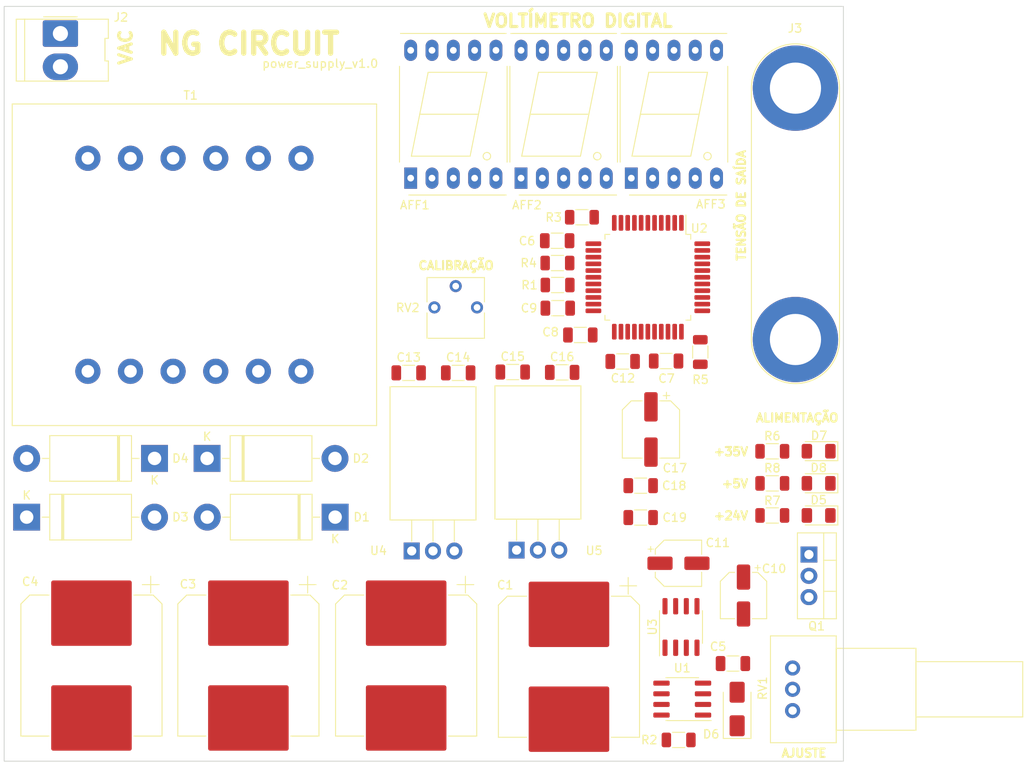
<source format=kicad_pcb>
(kicad_pcb (version 20221018) (generator pcbnew)
  (title_block (title "Power Supply") (date "2023-11-02") (rev "v1.0") (company "NG CIRCUITS") (comment 1 "Author: Nathan Borges"))
  (layers (0 "F.Cu" signal) (31 "B.Cu" signal) (34 "B.Paste" user) (35 "F.Paste" user) (36 "B.SilkS" user "B.Silkscreen") (37 "F.SilkS" user "F.Silkscreen") (38 "B.Mask" user) (39 "F.Mask" user) (44 "Edge.Cuts" user))
  (net 0 "")
  (net 1 "E3")
  (net 2 "D3")
  (net 3 "+5V")
  (net 4 "C3")
  (net 6 "B3")
  (net 7 "A3")
  (net 8 "F3")
  (net 9 "G3")
  (net 10 "E2")
  (net 11 "D2")
  (net 12 "C2")
  (net 13 "Net-(AFF2-DP)")
  (net 14 "B2")
  (net 15 "A2")
  (net 16 "F2")
  (net 17 "G2")
  (net 18 "E1")
  (net 19 "D1")
  (net 20 "C1")
  (net 22 "B1")
  (net 23 "A1")
  (net 24 "F1")
  (net 25 "G1")
  (net 26 "VDC")
  (net 27 "GNDREF")
  (net 28 "Vout")
  (net 29 "Net-(U2-OSC3)")
  (net 30 "Net-(C6-Pad2)")
  (net 31 "Net-(U2-CREF+)")
  (net 32 "Net-(U2-CREF-)")
  (net 33 "Net-(C8-Pad1)")
  (net 34 "Net-(U2-A-Z)")
  (net 35 "Net-(U2-INT)")
  (net 36 "Net-(U3-CAP+)")
  (net 37 "Net-(U3-CAP-)")
  (net 38 "-5V")
  (net 39 "Net-(U2-IN_HI)")
  (net 40 "+24V")
  (net 41 "24V")
  (net 42 "Net-(C16-Pad2)")
  (net 43 "Net-(C18-Pad2)")
  (net 44 "Net-(D1-K)")
  (net 45 "Net-(D3-K)")
  (net 46 "Net-(D5-A)")
  (net 47 "Net-(D6-K)")
  (net 48 "Net-(D7-A)")
  (net 49 "Net-(D8-A)")
  (net 50 "VAC2")
  (net 51 "VAC1")
  (net 52 "Net-(Q1-B)")
  (net 53 "Net-(U2-OSC1)")
  (net 54 "Net-(U2-BUFF)")
  (net 55 "Net-(U1-+)")
  (net 56 "Net-(U2-REF_HI)")
  (footprint "Capacitor_SMD:C_1206_3216Metric" (layer "F.Cu") (at 176.84 126.36)
    (fp_text reference "C5" (at -1.77 -2.02) (layer "F.SilkS"))
    (fp_text value "220NFx63V")
    (pad "1" smd roundrect (at -1.475 0) (size 1.15 1.8) (layers "F.Cu" "F.Paste" "F.Mask") (roundrect_rratio 0.217391) (net 28 "Vout"))
    (pad "2" smd roundrect (at 1.475 0) (size 1.15 1.8) (layers "F.Cu" "F.Paste" "F.Mask") (roundrect_rratio 0.217391) (net 27 "GNDREF"))
  )
  (footprint "Capacitor_SMD:CP_Elec_6.3x7.7" (layer "F.Cu") (at 167.07 98.45 -90)
    (fp_text reference "C17" (at 4.6 -2.85 -180) (layer "F.SilkS"))
    (fp_text value "100UF")
    (pad "1" smd roundrect (at -2.7 0 270) (size 3.5 1.6) (layers "F.Cu" "F.Paste" "F.Mask") (roundrect_rratio 0.15625) (net 42 "Net-(C16-Pad2)"))
    (pad "2" smd roundrect (at 2.7 0 270) (size 3.5 1.6) (layers "F.Cu" "F.Paste" "F.Mask") (roundrect_rratio 0.15625) (net 38 "-5V"))
  )
  (footprint "Potentiometer_THT:Potentiometer_Vishay_T73YP_Vertical" (layer "F.Cu") (at 146.345 83.895 90)
    (fp_text reference "RV2" (at -0.045 -8.255 180) (layer "F.SilkS"))
    (fp_text value "100K")
    (pad "1" thru_hole circle (at 0 0 90) (size 1.44 1.44) (drill 0.8) (layers "*.Cu" "*.Mask") (net 3 "+5V"))
    (pad "2" thru_hole circle (at 2.54 -2.54 90) (size 1.44 1.44) (drill 0.8) (layers "*.Cu" "*.Mask") (net 56 "Net-(U2-REF_HI)"))
    (pad "3" thru_hole circle (at 0 -5.08 90) (size 1.44 1.44) (drill 0.8) (layers "*.Cu" "*.Mask") (net 27 "GNDREF"))
  )
  (footprint "Resistor_SMD:R_1206_3216Metric" (layer "F.Cu") (at 155.925 78.6025)
    (fp_text reference "R4" (at -3.43 0) (layer "F.SilkS"))
    (fp_text value "100K")
    (pad "1" smd roundrect (at -1.4625 0) (size 1.125 1.75) (layers "F.Cu" "F.Paste" "F.Mask") (roundrect_rratio 0.222222) (net 33 "Net-(C8-Pad1)"))
    (pad "2" smd roundrect (at 1.4625 0) (size 1.125 1.75) (layers "F.Cu" "F.Paste" "F.Mask") (roundrect_rratio 0.222222) (net 54 "Net-(U2-BUFF)"))
  )
  (footprint "Package_TO_SOT_THT:TO-220-3_Horizontal_TabDown" (layer "F.Cu") (at 138.56 112.93)
    (fp_text reference "U4" (at -3.96 -0.03) (layer "F.SilkS"))
    (fp_text value "LM7824_TO220")
    (pad "" np_thru_hole oval (at 2.54 -16.66) (size 3.5 3.5) (drill 3.5) (layers "*.Cu" "*.Mask"))
    (pad "1" thru_hole rect (at 0 0) (size 1.905 2) (drill 1.1) (layers "*.Cu" "*.Mask") (net 26 "VDC"))
    (pad "2" thru_hole oval (at 2.54 0) (size 1.905 2) (drill 1.1) (layers "*.Cu" "*.Mask") (net 27 "GNDREF"))
    (pad "3" thru_hole oval (at 5.08 0) (size 1.905 2) (drill 1.1) (layers "*.Cu" "*.Mask") (net 40 "+24V"))
  )
  (footprint "Capacitor_SMD:C_1206_3216Metric" (layer "F.Cu") (at 156.49 91.64)
    (fp_text reference "C16" (at 0 -1.85) (layer "F.SilkS"))
    (fp_text value "0.1UF")
    (pad "1" smd roundrect (at -1.475 0) (size 1.15 1.8) (layers "F.Cu" "F.Paste" "F.Mask") (roundrect_rratio 0.217391) (net 3 "+5V"))
    (pad "2" smd roundrect (at 1.475 0) (size 1.15 1.8) (layers "F.Cu" "F.Paste" "F.Mask") (roundrect_rratio 0.217391) (net 42 "Net-(C16-Pad2)"))
  )
  (footprint "Connector:Banana_Jack_2Pin" (layer "F.Cu") (at 184.29 87.72 90)
    (fp_text reference "J3" (at 37.1 -0.05) (layer "F.SilkS"))
    (fp_text value "SAÍDA")
    (pad "1" thru_hole circle (at 0 0 90) (size 10.16 10.16) (drill 6.1) (layers "*.Cu" "*.Mask") (net 28 "Vout"))
    (pad "2" thru_hole circle (at 29.97 0 90) (size 10.16 10.16) (drill 6.1) (layers "*.Cu" "*.Mask") (net 27 "GNDREF"))
  )
  (footprint "Display_7Segment:7SegmentLED_LTS6760_LTS6780" (layer "F.Cu") (at 151.59 68.48 90)
    (fp_text reference "AFF2" (at -3.21 0.7 180) (layer "F.SilkS"))
    (fp_text value "LTS-6960HR")
    (pad "1" thru_hole rect (at 0 0) (size 1.524 2.524) (drill 0.8) (layers "*.Cu" "*.Mask") (net 10 "E2"))
    (pad "2" thru_hole oval (at 0 2.54) (size 1.524 2.524) (drill 0.8) (layers "*.Cu" "*.Mask") (net 11 "D2"))
    (pad "3" thru_hole oval (at 0 5.08) (size 1.524 2.524) (drill 0.8) (layers "*.Cu" "*.Mask") (net 3 "+5V"))
    (pad "4" thru_hole oval (at 0 7.62) (size 1.524 2.524) (drill 0.8) (layers "*.Cu" "*.Mask") (net 12 "C2"))
    (pad "5" thru_hole oval (at 0 10.16) (size 1.524 2.524) (drill 0.8) (layers "*.Cu" "*.Mask") (net 13 "Net-(AFF2-DP)"))
    (pad "6" thru_hole oval (at 15.24 10.16) (size 1.524 2.524) (drill 0.8) (layers "*.Cu" "*.Mask") (net 14 "B2"))
    (pad "7" thru_hole oval (at 15.24 7.62) (size 1.524 2.524) (drill 0.8) (layers "*.Cu" "*.Mask") (net 15 "A2"))
    (pad "8" thru_hole oval (at 15.24 5.08) (size 1.524 2.524) (drill 0.8) (layers "*.Cu" "*.Mask") (net 3 "+5V"))
    (pad "9" thru_hole oval (at 15.24 2.54) (size 1.524 2.524) (drill 0.8) (layers "*.Cu" "*.Mask") (net 16 "F2"))
    (pad "10" thru_hole oval (at 15.24 0) (size 1.524 2.524) (drill 0.8) (layers "*.Cu" "*.Mask") (net 17 "G2"))
  )
  (footprint "LED_SMD:LED_1206_3216Metric" (layer "F.Cu") (at 187.05 101.04 180)
    (fp_text reference "D7" (at -0.05 1.85) (layer "F.SilkS"))
    (fp_text value "RED")
    (pad "1" smd roundrect (at -1.4 0 180) (size 1.25 1.75) (layers "F.Cu" "F.Paste" "F.Mask") (roundrect_rratio 0.2) (net 27 "GNDREF"))
    (pad "2" smd roundrect (at 1.4 0 180) (size 1.25 1.75) (layers "F.Cu" "F.Paste" "F.Mask") (roundrect_rratio 0.2) (net 48 "Net-(D7-A)"))
  )
  (footprint "Resistor_SMD:R_1206_3216Metric" (layer "F.Cu") (at 181.53 101.05)
    (fp_text reference "R6" (at 0 -1.82) (layer "F.SilkS"))
    (fp_text value "2K4")
    (pad "1" smd roundrect (at -1.4625 0) (size 1.125 1.75) (layers "F.Cu" "F.Paste" "F.Mask") (roundrect_rratio 0.222222) (net 26 "VDC"))
    (pad "2" smd roundrect (at 1.4625 0) (size 1.125 1.75) (layers "F.Cu" "F.Paste" "F.Mask") (roundrect_rratio 0.222222) (net 48 "Net-(D7-A)"))
  )
  (footprint "Diode_SMD:D_SMA" (layer "F.Cu") (at 177.34 131.78 90)
    (fp_text reference "D6" (at -3.0025 -3.1 180) (layer "F.SilkS"))
    (fp_text value "30V_5W")
    (pad "1" smd roundrect (at -2 0 90) (size 2.5 1.8) (layers "F.Cu" "F.Paste" "F.Mask") (roundrect_rratio 0.1388888889) (net 47 "Net-(D6-K)"))
    (pad "2" smd roundrect (at 2 0 90) (size 2.5 1.8) (layers "F.Cu" "F.Paste" "F.Mask") (roundrect_rratio 0.1388888889) (net 27 "GNDREF"))
  )
  (footprint "Potentiometer_THT:Potentiometer_Vishay_248GJ-249GJ_Single_Horizontal" (layer "F.Cu") (at 183.95 131.97)
    (fp_text reference "RV1" (at -3.57 -2.66 90) (layer "F.SilkS"))
    (fp_text value "100K")
    (pad "1" thru_hole circle (at 0 0) (size 1.8 1.8) (drill 1) (layers "*.Cu" "*.Mask") (net 47 "Net-(D6-K)"))
    (pad "2" thru_hole circle (at 0 -2.54) (size 1.8 1.8) (drill 1) (layers "*.Cu" "*.Mask") (net 55 "Net-(U1-+)"))
    (pad "3" thru_hole circle (at 0 -5.08) (size 1.8 1.8) (drill 1) (layers "*.Cu" "*.Mask") (net 27 "GNDREF"))
  )
  (footprint "Display_7Segment:7SegmentLED_LTS6760_LTS6780" (layer "F.Cu") (at 164.73 68.48 90)
    (fp_text reference "AFF3" (at -3.11 9.48 180) (layer "F.SilkS"))
    (fp_text value "LTS-6960HR")
    (pad "1" thru_hole rect (at 0 0) (size 1.524 2.524) (drill 0.8) (layers "*.Cu" "*.Mask") (net 18 "E1"))
    (pad "2" thru_hole oval (at 0 2.54) (size 1.524 2.524) (drill 0.8) (layers "*.Cu" "*.Mask") (net 19 "D1"))
    (pad "3" thru_hole oval (at 0 5.08) (size 1.524 2.524) (drill 0.8) (layers "*.Cu" "*.Mask") (net 3 "+5V"))
    (pad "4" thru_hole oval (at 0 7.62) (size 1.524 2.524) (drill 0.8) (layers "*.Cu" "*.Mask") (net 20 "C1"))
    (pad "5" thru_hole oval (at 0 10.16) (size 1.524 2.524) (drill 0.8) (layers "*.Cu" "*.Mask"))
    (pad "6" thru_hole oval (at 15.24 10.16) (size 1.524 2.524) (drill 0.8) (layers "*.Cu" "*.Mask") (net 22 "B1"))
    (pad "7" thru_hole oval (at 15.24 7.62) (size 1.524 2.524) (drill 0.8) (layers "*.Cu" "*.Mask") (net 23 "A1"))
    (pad "8" thru_hole oval (at 15.24 5.08) (size 1.524 2.524) (drill 0.8) (layers "*.Cu" "*.Mask") (net 3 "+5V"))
    (pad "9" thru_hole oval (at 15.24 2.54) (size 1.524 2.524) (drill 0.8) (layers "*.Cu" "*.Mask") (net 24 "F1"))
    (pad "10" thru_hole oval (at 15.24 0) (size 1.524 2.524) (drill 0.8) (layers "*.Cu" "*.Mask") (net 25 "G1"))
  )
  (footprint "Capacitor_SMD:CP_Elec_5x5.4" (layer "F.Cu") (at 170.35 114.4)
    (fp_text reference "C11" (at 4.69 -2.44) (layer "F.SilkS"))
    (fp_text value "10UF")
    (pad "1" smd roundrect (at -2.2 0) (size 3 1.6) (layers "F.Cu" "F.Paste" "F.Mask") (roundrect_rratio 0.15625) (net 27 "GNDREF"))
    (pad "2" smd roundrect (at 2.2 0) (size 3 1.6) (layers "F.Cu" "F.Paste" "F.Mask") (roundrect_rratio 0.15625) (net 38 "-5V"))
  )
  (footprint "Resistor_SMD:R_1206_3216Metric" (layer "F.Cu") (at 172.95 89.2125 -90)
    (fp_text reference "R5" (at 3.3 -0.025) (layer "F.SilkS"))
    (fp_text value "1M")
    (pad "1" smd roundrect (at -1.4625 0 270) (size 1.125 1.75) (layers "F.Cu" "F.Paste" "F.Mask") (roundrect_rratio 0.222222) (net 28 "Vout"))
    (pad "2" smd roundrect (at 1.4625 0 270) (size 1.125 1.75) (layers "F.Cu" "F.Paste" "F.Mask") (roundrect_rratio 0.222222) (net 39 "Net-(U2-IN_HI)"))
  )
  (footprint "Capacitor_SMD:C_1206_3216Metric" (layer "F.Cu") (at 144.1 91.7)
    (fp_text reference "C14" (at 0 -1.85) (layer "F.SilkS"))
    (fp_text value "0.1UF")
    (pad "1" smd roundrect (at -1.475 0) (size 1.15 1.8) (layers "F.Cu" "F.Paste" "F.Mask") (roundrect_rratio 0.217391) (net 40 "+24V"))
    (pad "2" smd roundrect (at 1.475 0) (size 1.15 1.8) (layers "F.Cu" "F.Paste" "F.Mask") (roundrect_rratio 0.217391) (net 27 "GNDREF"))
  )
  (footprint "Capacitor_SMD:CP_Elec_16x17.5" (layer "F.Cu") (at 119.1 126.6 -90)
    (fp_text reference "C3" (at -9.7 7.2 -180) (layer "F.SilkS"))
    (fp_text value "1000UFx50V")
    (pad "1" smd roundrect (at -6.25 0 270) (size 7.8 9.6) (layers "F.Cu" "F.Paste" "F.Mask") (roundrect_rratio 0.032051) (net 26 "VDC"))
    (pad "2" smd roundrect (at 6.25 0 270) (size 7.8 9.6) (layers "F.Cu" "F.Paste" "F.Mask") (roundrect_rratio 0.032051) (net 27 "GNDREF"))
  )
  (footprint "Capacitor_SMD:C_1206_3216Metric" (layer "F.Cu") (at 150.6 91.6)
    (fp_text reference "C15" (at 0 -1.85) (layer "F.SilkS"))
    (fp_text value "0.33UF")
    (pad "1" smd roundrect (at -1.475 0) (size 1.15 1.8) (layers "F.Cu" "F.Paste" "F.Mask") (roundrect_rratio 0.217391) (net 41 "24V"))
    (pad "2" smd roundrect (at 1.475 0) (size 1.15 1.8) (layers "F.Cu" "F.Paste" "F.Mask") (roundrect_rratio 0.217391) (net 27 "GNDREF"))
  )
  (footprint "Package_TO_SOT_THT:TO-220-3_Horizontal_TabDown" (layer "F.Cu") (at 151.06 112.83)
    (fp_text reference "U5" (at 9.24 0.07) (layer "F.SilkS"))
    (fp_text value "LM7805_TO220")
    (pad "" np_thru_hole oval (at 2.54 -16.66) (size 3.5 3.5) (drill 3.5) (layers "*.Cu" "*.Mask"))
    (pad "1" thru_hole rect (at 0 0) (size 1.905 2) (drill 1.1) (layers "*.Cu" "*.Mask") (net 41 "24V"))
    (pad "2" thru_hole oval (at 2.54 0) (size 1.905 2) (drill 1.1) (layers "*.Cu" "*.Mask") (net 27 "GNDREF"))
    (pad "3" thru_hole oval (at 5.08 0) (size 1.905 2) (drill 1.1) (layers "*.Cu" "*.Mask") (net 3 "+5V"))
  )
  (footprint "LED_SMD:LED_1206_3216Metric" (layer "F.Cu") (at 187.05 104.87 180)
    (fp_text reference "D8" (at 0 1.85) (layer "F.SilkS"))
    (fp_text value "RED")
    (pad "1" smd roundrect (at -1.4 0 180) (size 1.25 1.75) (layers "F.Cu" "F.Paste" "F.Mask") (roundrect_rratio 0.2) (net 27 "GNDREF"))
    (pad "2" smd roundrect (at 1.4 0 180) (size 1.25 1.75) (layers "F.Cu" "F.Paste" "F.Mask") (roundrect_rratio 0.2) (net 49 "Net-(D8-A)"))
  )
  (footprint "Package_TO_SOT_THT:TO-220-3_Vertical" (layer "F.Cu") (at 185.895 113.36 -90)
    (fp_text reference "Q1" (at 8.54 -0.915 -180) (layer "F.SilkS"))
    (fp_text value "TIP122")
    (pad "1" thru_hole rect (at 0 0 270) (size 1.905 2) (drill 1.1) (layers "*.Cu" "*.Mask") (net 52 "Net-(Q1-B)"))
    (pad "2" thru_hole oval (at 2.54 0 270) (size 1.905 2) (drill 1.1) (layers "*.Cu" "*.Mask") (net 26 "VDC"))
    (pad "3" thru_hole oval (at 5.08 0 270) (size 1.905 2) (drill 1.1) (layers "*.Cu" "*.Mask") (net 28 "Vout"))
  )
  (footprint "Capacitor_SMD:C_1206_3216Metric" (layer "F.Cu") (at 155.965 83.9825)
    (fp_text reference "C9" (at -3.43 0) (layer "F.SilkS"))
    (fp_text value "0.22UF")
    (pad "1" smd roundrect (at -1.475 0) (size 1.15 1.8) (layers "F.Cu" "F.Paste" "F.Mask") (roundrect_rratio 0.217391) (net 33 "Net-(C8-Pad1)"))
    (pad "2" smd roundrect (at 1.475 0) (size 1.15 1.8) (layers "F.Cu" "F.Paste" "F.Mask") (roundrect_rratio 0.217391) (net 35 "Net-(U2-INT)"))
  )
  (footprint "Capacitor_SMD:C_1206_3216Metric" (layer "F.Cu") (at 155.895 75.9425)
    (fp_text reference "C6" (at -3.59 0.03) (layer "F.SilkS"))
    (fp_text value "100PF")
    (pad "1" smd roundrect (at -1.475 0) (size 1.15 1.8) (layers "F.Cu" "F.Paste" "F.Mask") (roundrect_rratio 0.217391) (net 29 "Net-(U2-OSC3)"))
    (pad "2" smd roundrect (at 1.475 0) (size 1.15 1.8) (layers "F.Cu" "F.Paste" "F.Mask") (roundrect_rratio 0.217391) (net 30 "Net-(C6-Pad2)"))
  )
  (footprint "Capacitor_SMD:CP_Elec_16x17.5" (layer "F.Cu") (at 157.3 126.7425 -90)
    (fp_text reference "C1" (at -9.7425 7.6 -180) (layer "F.SilkS"))
    (fp_text value "1000UFx50V")
    (pad "1" smd roundrect (at -6.25 0 270) (size 7.8 9.6) (layers "F.Cu" "F.Paste" "F.Mask") (roundrect_rratio 0.032051) (net 26 "VDC"))
    (pad "2" smd roundrect (at 6.25 0 270) (size 7.8 9.6) (layers "F.Cu" "F.Paste" "F.Mask") (roundrect_rratio 0.032051) (net 27 "GNDREF"))
  )
  (footprint "Resistor_SMD:R_1206_3216Metric" (layer "F.Cu") (at 170.37 135.47)
    (fp_text reference "R2" (at -3.5 0) (layer "F.SilkS"))
    (fp_text value "750R")
    (pad "1" smd roundrect (at -1.4625 0) (size 1.125 1.75) (layers "F.Cu" "F.Paste" "F.Mask") (roundrect_rratio 0.222222) (net 26 "VDC"))
    (pad "2" smd roundrect (at 1.4625 0) (size 1.125 1.75) (layers "F.Cu" "F.Paste" "F.Mask") (roundrect_rratio 0.222222) (net 47 "Net-(D6-K)"))
  )
  (footprint "Resistor_SMD:R_1206_3216Metric" (layer "F.Cu") (at 181.53 108.7)
    (fp_text reference "R7" (at 0 -1.76) (layer "F.SilkS"))
    (fp_text value "1K6")
    (pad "1" smd roundrect (at -1.4625 0) (size 1.125 1.75) (layers "F.Cu" "F.Paste" "F.Mask") (roundrect_rratio 0.222222) (net 40 "+24V"))
    (pad "2" smd roundrect (at 1.4625 0) (size 1.125 1.75) (layers "F.Cu" "F.Paste" "F.Mask") (roundrect_rratio 0.222222) (net 46 "Net-(D5-A)"))
  )
  (footprint "Capacitor_SMD:C_1206_3216Metric" (layer "F.Cu") (at 138.2 91.7)
    (fp_text reference "C13" (at 0 -1.85) (layer "F.SilkS"))
    (fp_text value "0.33UF")
    (pad "1" smd roundrect (at -1.475 0) (size 1.15 1.8) (layers "F.Cu" "F.Paste" "F.Mask") (roundrect_rratio 0.217391) (net 26 "VDC"))
    (pad "2" smd roundrect (at 1.475 0) (size 1.15 1.8) (layers "F.Cu" "F.Paste" "F.Mask") (roundrect_rratio 0.217391) (net 27 "GNDREF"))
  )
  (footprint "Capacitor_SMD:C_1206_3216Metric" (layer "F.Cu") (at 168.875 90.2875 180)
    (fp_text reference "C7" (at -0.05 -2.085 180) (layer "F.SilkS"))
    (fp_text value "0.1UF")
    (pad "1" smd roundrect (at -1.475 0 180) (size 1.15 1.8) (layers "F.Cu" "F.Paste" "F.Mask") (roundrect_rratio 0.217391) (net 31 "Net-(U2-CREF+)"))
    (pad "2" smd roundrect (at 1.475 0 180) (size 1.15 1.8) (layers "F.Cu" "F.Paste" "F.Mask") (roundrect_rratio 0.217391) (net 32 "Net-(U2-CREF-)"))
  )
  (footprint "Capacitor_SMD:C_1206_3216Metric" (layer "F.Cu") (at 158.655 87.1825)
    (fp_text reference "C8" (at -3.55 -0.35) (layer "F.SilkS"))
    (fp_text value "0.47UF")
    (pad "1" smd roundrect (at -1.475 0) (size 1.15 1.8) (layers "F.Cu" "F.Paste" "F.Mask") (roundrect_rratio 0.217391) (net 33 "Net-(C8-Pad1)"))
    (pad "2" smd roundrect (at 1.475 0) (size 1.15 1.8) (layers "F.Cu" "F.Paste" "F.Mask") (roundrect_rratio 0.217391) (net 34 "Net-(U2-A-Z)"))
  )
  (footprint "Connector_Molex:Molex_KK-396_5273-02A_1x02_P3.96mm_Vertical" (layer "F.Cu") (at 96.7 51.24 -90)
    (fp_text reference "J2" (at -1.94 -7.22 -180) (layer "F.SilkS"))
    (fp_text value "Alimentação AC")
    (pad "1" thru_hole roundrect (at 0 0 270) (size 3.16 4.2) (drill 1.8) (layers "*.Cu" "*.Mask") (roundrect_rratio 0.079114) (net 50 "VAC2"))
    (pad "2" thru_hole oval (at 3.96 0 270) (size 3.16 4.2) (drill 1.8) (layers "*.Cu" "*.Mask") (net 51 "VAC1"))
  )
  (footprint "Capacitor_SMD:C_1206_3216Metric" (layer "F.Cu") (at 163.7 90.3375 180)
    (fp_text reference "C12" (at -0.03 -2.0025 180) (layer "F.SilkS"))
    (fp_text value "0.02UF")
    (pad "1" smd roundrect (at -1.475 0 180) (size 1.15 1.8) (layers "F.Cu" "F.Paste" "F.Mask") (roundrect_rratio 0.217391) (net 39 "Net-(U2-IN_HI)"))
    (pad "2" smd roundrect (at 1.475 0 180) (size 1.15 1.8) (layers "F.Cu" "F.Paste" "F.Mask") (roundrect_rratio 0.217391) (net 27 "GNDREF"))
  )
  (footprint "Resistor_SMD:R_1206_3216Metric" (layer "F.Cu") (at 158.845 73.1425)
    (fp_text reference "R3" (at -3.37 0.02) (layer "F.SilkS"))
    (fp_text value "100K")
    (pad "1" smd roundrect (at -1.4625 0) (size 1.125 1.75) (layers "F.Cu" "F.Paste" "F.Mask") (roundrect_rratio 0.222222) (net 30 "Net-(C6-Pad2)"))
    (pad "2" smd roundrect (at 1.4625 0) (size 1.125 1.75) (layers "F.Cu" "F.Paste" "F.Mask") (roundrect_rratio 0.222222) (net 53 "Net-(U2-OSC1)"))
  )
  (footprint "Diode_THT:D_DO-201AD_P15.24mm_Horizontal" (layer "F.Cu") (at 92.68 108.9)
    (fp_text reference "D3" (at 18.32 0) (layer "F.SilkS"))
    (fp_text value "1N5402")
    (fp_text user "K" (at 0 -2.6) (layer "F.SilkS"))
    (pad "1" thru_hole rect (at 0 0) (size 3.2 3.2) (drill 1.6) (layers "*.Cu" "*.Mask") (net 45 "Net-(D3-K)"))
    (pad "2" thru_hole oval (at 15.24 0) (size 3.2 3.2) (drill 1.6) (layers "*.Cu" "*.Mask") (net 27 "GNDREF"))
  )
  (footprint "Capacitor_SMD:C_1206_3216Metric" (layer "F.Cu") (at 165.845 108.95)
    (fp_text reference "C19" (at 4.05 0) (layer "F.SilkS"))
    (fp_text value "220NF")
    (pad "1" smd roundrect (at -1.475 0) (size 1.15 1.8) (layers "F.Cu" "F.Paste" "F.Mask") (roundrect_rratio 0.217391) (net 43 "Net-(C18-Pad2)"))
    (pad "2" smd roundrect (at 1.475 0) (size 1.15 1.8) (layers "F.Cu" "F.Paste" "F.Mask") (roundrect_rratio 0.217391) (net 38 "-5V"))
  )
  (footprint "Diode_THT:D_DO-201AD_P15.24mm_Horizontal" (layer "F.Cu") (at 107.92 101.9 180)
    (fp_text reference "D4" (at -3.08 0) (layer "F.SilkS"))
    (fp_text value "1N5402")
    (fp_text user "K" (at 0 -2.6) (layer "F.SilkS"))
    (pad "1" thru_hole rect (at 0 0 180) (size 3.2 3.2) (drill 1.6) (layers "*.Cu" "*.Mask") (net 26 "VDC"))
    (pad "2" thru_hole oval (at 15.24 0 180) (size 3.2 3.2) (drill 1.6) (layers "*.Cu" "*.Mask") (net 45 "Net-(D3-K)"))
  )
  (footprint "Resistor_SMD:R_1206_3216Metric" (layer "F.Cu") (at 155.945 81.2225)
    (fp_text reference "R1" (at -3.35 0.01) (layer "F.SilkS"))
    (fp_text value "560R")
    (pad "1" smd roundrect (at -1.4625 0) (size 1.125 1.75) (layers "F.Cu" "F.Paste" "F.Mask") (roundrect_rratio 0.222222) (net 13 "Net-(AFF2-DP)"))
    (pad "2" smd roundrect (at 1.4625 0) (size 1.125 1.75) (layers "F.Cu" "F.Paste" "F.Mask") (roundrect_rratio 0.222222) (net 27 "GNDREF"))
  )
  (footprint "Package_SO:SOIC-8_3.9x4.9mm_P1.27mm" (layer "F.Cu") (at 170.65 122 90)
    (fp_text reference "U3" (at 0 -3.4 90) (layer "F.SilkS"))
    (fp_text value "ICL7660")
    (pad "1" smd roundrect (at -2.475 -1.905 90) (size 1.95 0.6) (layers "F.Cu" "F.Paste" "F.Mask"))
    (pad "2" smd roundrect (at -2.475 -0.635 90) (size 1.95 0.6) (layers "F.Cu" "F.Paste" "F.Mask") (net 36 "Net-(U3-CAP+)"))
    (pad "3" smd roundrect (at -2.475 0.635 90) (size 1.95 0.6) (layers "F.Cu" "F.Paste" "F.Mask") (net 27 "GNDREF"))
    (pad "4" smd roundrect (at -2.475 1.905 90) (size 1.95 0.6) (layers "F.Cu" "F.Paste" "F.Mask") (net 37 "Net-(U3-CAP-)"))
    (pad "5" smd roundrect (at 2.475 1.905 90) (size 1.95 0.6) (layers "F.Cu" "F.Paste" "F.Mask") (net 38 "-5V"))
    (pad "6" smd roundrect (at 2.475 0.635 90) (size 1.95 0.6) (layers "F.Cu" "F.Paste" "F.Mask") (net 27 "GNDREF"))
    (pad "7" smd roundrect (at 2.475 -0.635 90) (size 1.95 0.6) (layers "F.Cu" "F.Paste" "F.Mask"))
    (pad "8" smd roundrect (at 2.475 -1.905 90) (size 1.95 0.6) (layers "F.Cu" "F.Paste" "F.Mask") (net 3 "+5V"))
  )
  (footprint "Capacitor_SMD:CP_Elec_16x17.5" (layer "F.Cu") (at 137.9 126.6 -90)
    (fp_text reference "C2" (at -9.6 7.9 -180) (layer "F.SilkS"))
    (fp_text value "1000UFx50V")
    (pad "1" smd roundrect (at -6.25 0 270) (size 7.8 9.6) (layers "F.Cu" "F.Paste" "F.Mask") (roundrect_rratio 0.032051) (net 26 "VDC"))
    (pad "2" smd roundrect (at 6.25 0 270) (size 7.8 9.6) (layers "F.Cu" "F.Paste" "F.Mask") (roundrect_rratio 0.032051) (net 27 "GNDREF"))
  )
  (footprint "Display_7Segment:7SegmentLED_LTS6760_LTS6780" (layer "F.Cu") (at 138.44 68.48 90)
    (fp_text reference "AFF1" (at -3.21 0.49 180) (layer "F.SilkS"))
    (fp_text value "LTS-6960HR")
    (pad "1" thru_hole rect (at 0 0) (size 1.524 2.524) (drill 0.8) (layers "*.Cu" "*.Mask") (net 1 "E3"))
    (pad "2" thru_hole oval (at 0 2.54) (size 1.524 2.524) (drill 0.8) (layers "*.Cu" "*.Mask") (net 2 "D3"))
    (pad "3" thru_hole oval (at 0 5.08) (size 1.524 2.524) (drill 0.8) (layers "*.Cu" "*.Mask") (net 3 "+5V"))
    (pad "4" thru_hole oval (at 0 7.62) (size 1.524 2.524) (drill 0.8) (layers "*.Cu" "*.Mask") (net 4 "C3"))
    (pad "5" thru_hole oval (at 0 10.16) (size 1.524 2.524) (drill 0.8) (layers "*.Cu" "*.Mask"))
    (pad "6" thru_hole oval (at 15.24 10.16) (size 1.524 2.524) (drill 0.8) (layers "*.Cu" "*.Mask") (net 6 "B3"))
    (pad "7" thru_hole oval (at 15.24 7.62) (size 1.524 2.524) (drill 0.8) (layers "*.Cu" "*.Mask") (net 7 "A3"))
    (pad "8" thru_hole oval (at 15.24 5.08) (size 1.524 2.524) (drill 0.8) (layers "*.Cu" "*.Mask") (net 3 "+5V"))
    (pad "9" thru_hole oval (at 15.24 2.54) (size 1.524 2.524) (drill 0.8) (layers "*.Cu" "*.Mask") (net 8 "F3"))
    (pad "10" thru_hole oval (at 15.24 0) (size 1.524 2.524) (drill 0.8) (layers "*.Cu" "*.Mask") (net 9 "G3"))
  )
  (footprint "Capacitor_SMD:CP_Elec_5x5.4" (layer "F.Cu") (at 178.1 118.25 -90)
    (fp_text reference "C10" (at -3.2 -3.64 -180) (layer "F.SilkS"))
    (fp_text value "10UF")
    (pad "1" smd roundrect (at -2.2 0 270) (size 3 1.6) (layers "F.Cu" "F.Paste" "F.Mask") (roundrect_rratio 0.15625) (net 36 "Net-(U3-CAP+)"))
    (pad "2" smd roundrect (at 2.2 0 270) (size 3 1.6) (layers "F.Cu" "F.Paste" "F.Mask") (roundrect_rratio 0.15625) (net 37 "Net-(U3-CAP-)"))
  )
  (footprint "Package_QFP:MQFP-44_10x10mm_P0.8mm" (layer "F.Cu") (at 166.7 80.3 -90)
    (fp_text reference "U2" (at -5.8375 -6.125 -180) (layer "F.SilkS"))
    (fp_text value "ICL7107CPL")
    (pad "1" smd roundrect (at -6.4875 -4 270) (size 1.875 0.55) (layers "F.Cu" "F.Paste" "F.Mask") (net 3 "+5V"))
    (pad "2" smd roundrect (at -6.4875 -3.2 270) (size 1.875 0.55) (layers "F.Cu" "F.Paste" "F.Mask") (net 19 "D1"))
    (pad "3" smd roundrect (at -6.4875 -2.4 270) (size 1.875 0.55) (layers "F.Cu" "F.Paste" "F.Mask") (net 20 "C1"))
    (pad "4" smd roundrect (at -6.4875 -1.6 270) (size 1.875 0.55) (layers "F.Cu" "F.Paste" "F.Mask") (net 22 "B1"))
    (pad "5" smd roundrect (at -6.4875 -0.8 270) (size 1.875 0.55) (layers "F.Cu" "F.Paste" "F.Mask") (net 23 "A1"))
    (pad "6" smd roundrect (at -6.4875 0 270) (size 1.875 0.55) (layers "F.Cu" "F.Paste" "F.Mask") (net 24 "F1"))
    (pad "7" smd roundrect (at -6.4875 0.8 270) (size 1.875 0.55) (layers "F.Cu" "F.Paste" "F.Mask") (net 25 "G1"))
    (pad "8" smd roundrect (at -6.4875 1.6 270) (size 1.875 0.55) (layers "F.Cu" "F.Paste" "F.Mask") (net 18 "E1"))
    (pad "9" smd roundrect (at -6.4875 2.4 270) (size 1.875 0.55) (layers "F.Cu" "F.Paste" "F.Mask") (net 11 "D2"))
    (pad "10" smd roundrect (at -6.4875 3.2 270) (size 1.875 0.55) (layers "F.Cu" "F.Paste" "F.Mask") (net 12 "C2"))
    (pad "11" smd roundrect (at -6.4875 4 270) (size 1.875 0.55) (layers "F.Cu" "F.Paste" "F.Mask") (net 14 "B2"))
    (pad "12" smd roundrect (at -4 6.4875 270) (size 0.55 1.875) (layers "F.Cu" "F.Paste" "F.Mask") (net 15 "A2"))
    (pad "13" smd roundrect (at -3.2 6.4875 270) (size 0.55 1.875) (layers "F.Cu" "F.Paste" "F.Mask") (net 16 "F2"))
    (pad "14" smd roundrect (at -2.4 6.4875 270) (size 0.55 1.875) (layers "F.Cu" "F.Paste" "F.Mask") (net 10 "E2"))
    (pad "15" smd roundrect (at -1.6 6.4875 270) (size 0.55 1.875) (layers "F.Cu" "F.Paste" "F.Mask") (net 2 "D3"))
    (pad "16" smd roundrect (at -0.8 6.4875 270) (size 0.55 1.875) (layers "F.Cu" "F.Paste" "F.Mask") (net 6 "B3"))
    (pad "17" smd roundrect (at 0 6.4875 270) (size 0.55 1.875) (layers "F.Cu" "F.Paste" "F.Mask") (net 8 "F3"))
    (pad "18" smd roundrect (at 0.8 6.4875 270) (size 0.55 1.875) (layers "F.Cu" "F.Paste" "F.Mask") (net 1 "E3"))
    (pad "19" smd roundrect (at 1.6 6.4875 270) (size 0.55 1.875) (layers "F.Cu" "F.Paste" "F.Mask"))
    (pad "20" smd roundrect (at 2.4 6.4875 270) (size 0.55 1.875) (layers "F.Cu" "F.Paste" "F.Mask"))
    (pad "21" smd roundrect (at 3.2 6.4875 270) (size 0.55 1.875) (layers "F.Cu" "F.Paste" "F.Mask") (net 27 "GNDREF"))
    (pad "22" smd roundrect (at 4 6.4875 270) (size 0.55 1.875) (layers "F.Cu" "F.Paste" "F.Mask") (net 9 "G3"))
    (pad "23" smd roundrect (at 6.4875 4 270) (size 1.875 0.55) (layers "F.Cu" "F.Paste" "F.Mask") (net 7 "A3"))
    (pad "24" smd roundrect (at 6.4875 3.2 270) (size 1.875 0.55) (layers "F.Cu" "F.Paste" "F.Mask") (net 4 "C3"))
    (pad "25" smd roundrect (at 6.4875 2.4 270) (size 1.875 0.55) (layers "F.Cu" "F.Paste" "F.Mask") (net 17 "G2"))
    (pad "26" smd roundrect (at 6.4875 1.6 270) (size 1.875 0.55) (layers "F.Cu" "F.Paste" "F.Mask") (net 38 "-5V"))
    (pad "27" smd roundrect (at 6.4875 0.8 270) (size 1.875 0.55) (layers "F.Cu" "F.Paste" "F.Mask") (net 35 "Net-(U2-INT)"))
    (pad "28" smd roundrect (at 6.4875 0 270) (size 1.875 0.55) (layers "F.Cu" "F.Paste" "F.Mask") (net 54 "Net-(U2-BUFF)"))
    (pad "29" smd roundrect (at 6.4875 -0.8 270) (size 1.875 0.55) (layers "F.Cu" "F.Paste" "F.Mask") (net 34 "Net-(U2-A-Z)"))
    (pad "30" smd roundrect (at 6.4875 -1.6 270) (size 1.875 0.55) (layers "F.Cu" "F.Paste" "F.Mask") (net 27 "GNDREF"))
    (pad "31" smd roundrect (at 6.4875 -2.4 270) (size 1.875 0.55) (layers "F.Cu" "F.Paste" "F.Mask") (net 39 "Net-(U2-IN_HI)"))
    (pad "32" smd roundrect (at 6.4875 -3.2 270) (size 1.875 0.55) (layers "F.Cu" "F.Paste" "F.Mask") (net 27 "GNDREF"))
    (pad "33" smd roundrect (at 6.4875 -4 270) (size 1.875 0.55) (layers "F.Cu" "F.Paste" "F.Mask") (net 32 "Net-(U2-CREF-)"))
    (pad "34" smd roundrect (at 4 -6.4875 270) (size 0.55 1.875) (layers "F.Cu" "F.Paste" "F.Mask") (net 31 "Net-(U2-CREF+)"))
    (pad "35" smd roundrect (at 3.2 -6.4875 270) (size 0.55 1.875) (layers "F.Cu" "F.Paste" "F.Mask") (net 27 "GNDREF"))
    (pad "36" smd roundrect (at 2.4 -6.4875 270) (size 0.55 1.875) (layers "F.Cu" "F.Paste" "F.Mask") (net 56 "Net-(U2-REF_HI)"))
    (pad "37" smd roundrect (at 1.6 -6.4875 270) (size 0.55 1.875) (layers "F.Cu" "F.Paste" "F.Mask"))
    (pad "38" smd roundrect (at 0.8 -6.4875 270) (size 0.55 1.875) (layers "F.Cu" "F.Paste" "F.Mask") (net 29 "Net-(U2-OSC3)"))
    (pad "39" smd roundrect (at 0 -6.4875 270) (size 0.55 1.875) (layers "F.Cu" "F.Paste" "F.Mask") (net 53 "Net-(U2-OSC1)"))
    (pad "40" smd roundrect (at -0.8 -6.4875 270) (size 0.55 1.875) (layers "F.Cu" "F.Paste" "F.Mask") (net 53 "Net-(U2-OSC1)"))
    (pad "41" smd roundrect (at -1.6 -6.4875 270) (size 0.55 1.875) (layers "F.Cu" "F.Paste" "F.Mask"))
    (pad "42" smd roundrect (at -2.4 -6.4875 270) (size 0.55 1.875) (layers "F.Cu" "F.Paste" "F.Mask"))
    (pad "43" smd roundrect (at -3.2 -6.4875 270) (size 0.55 1.875) (layers "F.Cu" "F.Paste" "F.Mask"))
    (pad "44" smd roundrect (at -4 -6.4875 270) (size 0.55 1.875) (layers "F.Cu" "F.Paste" "F.Mask"))
  )
  (footprint "Resistor_SMD:R_1206_3216Metric" (layer "F.Cu") (at 181.53 104.875)
    (fp_text reference "R8" (at 0 -1.82) (layer "F.SilkS"))
    (fp_text value "330R")
    (pad "1" smd roundrect (at -1.4625 0) (size 1.125 1.75) (layers "F.Cu" "F.Paste" "F.Mask") (roundrect_rratio 0.222222) (net 3 "+5V"))
    (pad "2" smd roundrect (at 1.4625 0) (size 1.125 1.75) (layers "F.Cu" "F.Paste" "F.Mask") (roundrect_rratio 0.222222) (net 49 "Net-(D8-A)"))
  )
  (footprint "Transformer_THT:Transformer_37x44" (layer "F.Cu") (at 105.05 66.11)
    (fp_text reference "T1" (at 7.17 -7.5) (layer "F.SilkS"))
    (fp_text value "35VAC - 3A")
    (pad "" thru_hole circle (at -5.08 0) (size 3 3) (drill 1.5) (layers "*.Cu" "*.Mask"))
    (pad "" thru_hole circle (at 0 25.4) (size 3 3) (drill 1.5) (layers "*.Cu" "*.Mask"))
    (pad "" thru_hole circle (at 5.08 0) (size 3 3) (drill 1.5) (layers "*.Cu" "*.Mask"))
    (pad "" thru_hole circle (at 10.16 0) (size 3 3) (drill 1.5) (layers "*.Cu" "*.Mask"))
    (pad "" thru_hole circle (at 10.16 25.4) (size 3 3) (drill 1.5) (layers "*.Cu" "*.Mask"))
    (pad "" thru_hole circle (at 15.24 0) (size 3 3) (drill 1.5) (layers "*.Cu" "*.Mask"))
    (pad "" thru_hole circle (at 15.24 25.4) (size 3 3) (drill 1.5) (layers "*.Cu" "*.Mask"))
    (pad "" thru_hole circle (at 20.32 25.4) (size 3 3) (drill 1.5) (layers "*.Cu" "*.Mask"))
    (pad "1" thru_hole circle (at 0 0) (size 3 3) (drill 1.5) (layers "*.Cu" "*.Mask") (net 51 "VAC1"))
    (pad "2" thru_hole circle (at 20.32 0) (size 3 3) (drill 1.5) (layers "*.Cu" "*.Mask") (net 50 "VAC2"))
    (pad "3" thru_hole circle (at 5.08 25.4) (size 3 3) (drill 1.5) (layers "*.Cu" "*.Mask") (net 45 "Net-(D3-K)"))
    (pad "4" thru_hole circle (at -5.08 25.4) (size 3 3) (drill 1.5) (layers "*.Cu" "*.Mask") (net 44 "Net-(D1-K)"))
  )
  (footprint "LED_SMD:LED_1206_3216Metric" (layer "F.Cu") (at 187.05 108.7 180)
    (fp_text reference "D5" (at 0 1.84) (layer "F.SilkS"))
    (fp_text value "RED")
    (pad "1" smd roundrect (at -1.4 0 180) (size 1.25 1.75) (layers "F.Cu" "F.Paste" "F.Mask") (roundrect_rratio 0.2) (net 27 "GNDREF"))
    (pad "2" smd roundrect (at 1.4 0 180) (size 1.25 1.75) (layers "F.Cu" "F.Paste" "F.Mask") (roundrect_rratio 0.2) (net 46 "Net-(D5-A)"))
  )
  (footprint "Capacitor_SMD:C_1206_3216Metric" (layer "F.Cu") (at 165.845 105.15)
    (fp_text reference "C18" (at 4 0) (layer "F.SilkS"))
    (fp_text value "220NF")
    (pad "1" smd roundrect (at -1.475 0) (size 1.15 1.8) (layers "F.Cu" "F.Paste" "F.Mask") (roundrect_rratio 0.217391) (net 3 "+5V"))
    (pad "2" smd roundrect (at 1.475 0) (size 1.15 1.8) (layers "F.Cu" "F.Paste" "F.Mask") (roundrect_rratio 0.217391) (net 43 "Net-(C18-Pad2)"))
  )
  (footprint "Diode_THT:D_DO-201AD_P15.24mm_Horizontal" (layer "F.Cu") (at 129.44 108.9 180)
    (fp_text reference "D1" (at -3.16 0) (layer "F.SilkS"))
    (fp_text value "1N5402")
    (fp_text user "K" (at 0 -2.6) (layer "F.SilkS"))
    (pad "1" thru_hole rect (at 0 0 180) (size 3.2 3.2) (drill 1.6) (layers "*.Cu" "*.Mask") (net 44 "Net-(D1-K)"))
    (pad "2" thru_hole oval (at 15.24 0 180) (size 3.2 3.2) (drill 1.6) (layers "*.Cu" "*.Mask") (net 27 "GNDREF"))
  )
  (footprint "Capacitor_SMD:CP_Elec_16x17.5" (layer "F.Cu") (at 100.4 126.6 -90)
    (fp_text reference "C4" (at -10 7.3 -180) (layer "F.SilkS"))
    (fp_text value "1000UFx50V")
    (pad "1" smd roundrect (at -6.25 0 270) (size 7.8 9.6) (layers "F.Cu" "F.Paste" "F.Mask") (roundrect_rratio 0.032051) (net 26 "VDC"))
    (pad "2" smd roundrect (at 6.25 0 270) (size 7.8 9.6) (layers "F.Cu" "F.Paste" "F.Mask") (roundrect_rratio 0.032051) (net 27 "GNDREF"))
  )
  (footprint "Package_SO:SOIC-8_3.9x4.9mm_P1.27mm" (layer "F.Cu") (at 170.8 130.6 180)
    (fp_text reference "U1" (at 0 3.7) (layer "F.SilkS"))
    (fp_text value "CA3140")
    (pad "1" smd roundrect (at -2.475 -1.905 180) (size 1.95 0.6) (layers "F.Cu" "F.Paste" "F.Mask"))
    (pad "2" smd roundrect (at -2.475 -0.635 180) (size 1.95 0.6) (layers "F.Cu" "F.Paste" "F.Mask") (net 28 "Vout"))
    (pad "3" smd roundrect (at -2.475 0.635 180) (size 1.95 0.6) (layers "F.Cu" "F.Paste" "F.Mask") (net 55 "Net-(U1-+)"))
    (pad "4" smd roundrect (at -2.475 1.905 180) (size 1.95 0.6) (layers "F.Cu" "F.Paste" "F.Mask") (net 27 "GNDREF"))
    (pad "5" smd roundrect (at 2.475 1.905 180) (size 1.95 0.6) (layers "F.Cu" "F.Paste" "F.Mask"))
    (pad "6" smd roundrect (at 2.475 0.635 180) (size 1.95 0.6) (layers "F.Cu" "F.Paste" "F.Mask") (net 52 "Net-(Q1-B)"))
    (pad "7" smd roundrect (at 2.475 -0.635 180) (size 1.95 0.6) (layers "F.Cu" "F.Paste" "F.Mask") (net 26 "VDC"))
    (pad "8" smd roundrect (at 2.475 -1.905 180) (size 1.95 0.6) (layers "F.Cu" "F.Paste" "F.Mask"))
  )
  (footprint "Diode_THT:D_DO-201AD_P15.24mm_Horizontal" (layer "F.Cu") (at 114.18 101.9)
    (fp_text reference "D2" (at 18.32 0) (layer "F.SilkS"))
    (fp_text value "1N5402")
    (fp_text user "K" (at 0 -2.6) (layer "F.SilkS"))
    (pad "1" thru_hole rect (at 0 0) (size 3.2 3.2) (drill 1.6) (layers "*.Cu" "*.Mask") (net 26 "VDC"))
    (pad "2" thru_hole oval (at 15.24 0) (size 3.2 3.2) (drill 1.6) (layers "*.Cu" "*.Mask") (net 44 "Net-(D1-K)"))
  )
  (gr_rect (start 90 48) (end 190 138) (stroke (width 0.1)) (fill none) (layer "Edge.Cuts"))
  (gr_text "+24V\n" (at 174.447619 109.32) (layer "F.SilkS") (effects (font (size 1 1) (thickness 0.25) bold) (justify left bottom)))
  (gr_text "CALIBRAÇÃO" (at 139.23 79.49) (layer "F.SilkS") (effects (font (size 1 1) (thickness 0.25) bold) (justify left bottom)))
  (gr_text "+35V\n" (at 174.447619 101.68) (layer "F.SilkS") (effects (font (size 1 1) (thickness 0.25) bold) (justify left bottom)))
  (gr_text "TENSÃO DE SAÍDA" (at 178.42 78.47 90) (layer "F.SilkS") (effects (font (size 1 1) (thickness 0.25) bold) (justify left bottom)))
  (gr_text "power_supply_v1.0" (at 127.66 54.82) (layer "F.SilkS") (effects (font (size 1 1))))
  (gr_text "VAC" (at 105.35 55.15 90) (layer "F.SilkS") (effects (font (size 1.5 1.5) (thickness 0.375) bold) (justify left bottom)))
  (gr_text "VOLTÍMETRO DIGITAL" (at 146.92 50.6) (layer "F.SilkS") (effects (font (size 1.5 1.5) (thickness 0.375) bold) (justify left bottom)))
  (gr_text "AJUSTE" (at 182.5 137.63) (layer "F.SilkS") (effects (font (size 1 1) (thickness 0.25) bold) (justify left bottom)))
  (gr_text "+5V\n" (at 175.4 105.5) (layer "F.SilkS") (effects (font (size 1 1) (thickness 0.25) bold) (justify left bottom)))
  (gr_text "ALIMENTAÇÃO\n" (at 179.45 97.65) (layer "F.SilkS") (effects (font (size 1 1) (thickness 0.25) bold) (justify left bottom)))
  (gr_text "NG CIRCUIT" (at 108.01 53.92) (layer "F.SilkS") (effects (font (size 2.5 2.5) (thickness 0.625) bold) (justify left bottom)))
)
</source>
